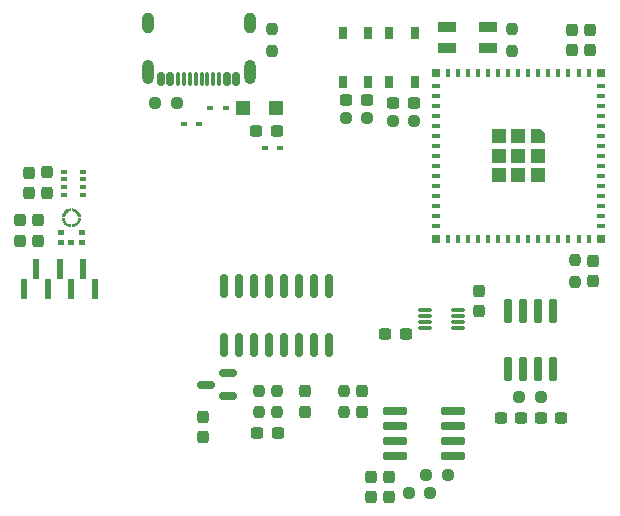
<source format=gbr>
%TF.GenerationSoftware,KiCad,Pcbnew,8.0.5*%
%TF.CreationDate,2024-09-28T10:16:11+02:00*%
%TF.ProjectId,Slave,536c6176-652e-46b6-9963-61645f706362,rev?*%
%TF.SameCoordinates,Original*%
%TF.FileFunction,Paste,Top*%
%TF.FilePolarity,Positive*%
%FSLAX46Y46*%
G04 Gerber Fmt 4.6, Leading zero omitted, Abs format (unit mm)*
G04 Created by KiCad (PCBNEW 8.0.5) date 2024-09-28 10:16:11*
%MOMM*%
%LPD*%
G01*
G04 APERTURE LIST*
G04 Aperture macros list*
%AMRoundRect*
0 Rectangle with rounded corners*
0 $1 Rounding radius*
0 $2 $3 $4 $5 $6 $7 $8 $9 X,Y pos of 4 corners*
0 Add a 4 corners polygon primitive as box body*
4,1,4,$2,$3,$4,$5,$6,$7,$8,$9,$2,$3,0*
0 Add four circle primitives for the rounded corners*
1,1,$1+$1,$2,$3*
1,1,$1+$1,$4,$5*
1,1,$1+$1,$6,$7*
1,1,$1+$1,$8,$9*
0 Add four rect primitives between the rounded corners*
20,1,$1+$1,$2,$3,$4,$5,0*
20,1,$1+$1,$4,$5,$6,$7,0*
20,1,$1+$1,$6,$7,$8,$9,0*
20,1,$1+$1,$8,$9,$2,$3,0*%
%AMOutline5P*
0 Free polygon, 5 corners , with rotation*
0 The origin of the aperture is its center*
0 number of corners: always 5*
0 $1 to $10 corner X, Y*
0 $11 Rotation angle, in degrees counterclockwise*
0 create outline with 5 corners*
4,1,5,$1,$2,$3,$4,$5,$6,$7,$8,$9,$10,$1,$2,$11*%
%AMOutline6P*
0 Free polygon, 6 corners , with rotation*
0 The origin of the aperture is its center*
0 number of corners: always 6*
0 $1 to $12 corner X, Y*
0 $13 Rotation angle, in degrees counterclockwise*
0 create outline with 6 corners*
4,1,6,$1,$2,$3,$4,$5,$6,$7,$8,$9,$10,$11,$12,$1,$2,$13*%
%AMOutline7P*
0 Free polygon, 7 corners , with rotation*
0 The origin of the aperture is its center*
0 number of corners: always 7*
0 $1 to $14 corner X, Y*
0 $15 Rotation angle, in degrees counterclockwise*
0 create outline with 7 corners*
4,1,7,$1,$2,$3,$4,$5,$6,$7,$8,$9,$10,$11,$12,$13,$14,$1,$2,$15*%
%AMOutline8P*
0 Free polygon, 8 corners , with rotation*
0 The origin of the aperture is its center*
0 number of corners: always 8*
0 $1 to $16 corner X, Y*
0 $17 Rotation angle, in degrees counterclockwise*
0 create outline with 8 corners*
4,1,8,$1,$2,$3,$4,$5,$6,$7,$8,$9,$10,$11,$12,$13,$14,$15,$16,$1,$2,$17*%
G04 Aperture macros list end*
%ADD10C,0.000000*%
%ADD11RoundRect,0.237500X-0.300000X-0.237500X0.300000X-0.237500X0.300000X0.237500X-0.300000X0.237500X0*%
%ADD12RoundRect,0.237500X-0.237500X0.300000X-0.237500X-0.300000X0.237500X-0.300000X0.237500X0.300000X0*%
%ADD13RoundRect,0.237500X0.300000X0.237500X-0.300000X0.237500X-0.300000X-0.237500X0.300000X-0.237500X0*%
%ADD14RoundRect,0.237500X0.237500X-0.250000X0.237500X0.250000X-0.237500X0.250000X-0.237500X-0.250000X0*%
%ADD15RoundRect,0.150000X0.150000X0.425000X-0.150000X0.425000X-0.150000X-0.425000X0.150000X-0.425000X0*%
%ADD16RoundRect,0.075000X0.075000X0.500000X-0.075000X0.500000X-0.075000X-0.500000X0.075000X-0.500000X0*%
%ADD17O,1.000000X2.100000*%
%ADD18O,1.000000X1.800000*%
%ADD19RoundRect,0.150000X0.587500X0.150000X-0.587500X0.150000X-0.587500X-0.150000X0.587500X-0.150000X0*%
%ADD20RoundRect,0.033750X0.526250X0.101250X-0.526250X0.101250X-0.526250X-0.101250X0.526250X-0.101250X0*%
%ADD21RoundRect,0.237500X0.250000X0.237500X-0.250000X0.237500X-0.250000X-0.237500X0.250000X-0.237500X0*%
%ADD22RoundRect,0.237500X-0.250000X-0.237500X0.250000X-0.237500X0.250000X0.237500X-0.250000X0.237500X0*%
%ADD23R,0.500000X0.350000*%
%ADD24R,0.600000X1.750000*%
%ADD25RoundRect,0.075000X0.910000X0.225000X-0.910000X0.225000X-0.910000X-0.225000X0.910000X-0.225000X0*%
%ADD26R,0.650000X1.050000*%
%ADD27RoundRect,0.150000X0.150000X-0.850000X0.150000X0.850000X-0.150000X0.850000X-0.150000X-0.850000X0*%
%ADD28R,0.400000X0.800000*%
%ADD29R,0.800000X0.400000*%
%ADD30Outline5P,-0.600000X0.204000X-0.204000X0.600000X0.600000X0.600000X0.600000X-0.600000X-0.600000X-0.600000X270.000000*%
%ADD31R,1.200000X1.200000*%
%ADD32R,0.800000X0.800000*%
%ADD33RoundRect,0.075000X-0.225000X0.910000X-0.225000X-0.910000X0.225000X-0.910000X0.225000X0.910000X0*%
%ADD34RoundRect,0.237500X0.237500X-0.300000X0.237500X0.300000X-0.237500X0.300000X-0.237500X-0.300000X0*%
%ADD35R,0.480000X0.400000*%
%ADD36R,1.600000X0.850000*%
G04 APERTURE END LIST*
%TO.C,MK1*%
G36*
X26282000Y-58725000D02*
G01*
X26782000Y-58725000D01*
X26782000Y-58303000D01*
X26282000Y-58303000D01*
X26282000Y-58725000D01*
G37*
G36*
X26782000Y-57903000D02*
G01*
X26282000Y-57903000D01*
X26282000Y-57481000D01*
X26782000Y-57481000D01*
X26782000Y-57903000D01*
G37*
G36*
X27682000Y-58725000D02*
G01*
X27182000Y-58725000D01*
X27182000Y-58303000D01*
X27682000Y-58303000D01*
X27682000Y-58725000D01*
G37*
G36*
X28082000Y-57903000D02*
G01*
X28582000Y-57903000D01*
X28582000Y-57481000D01*
X28082000Y-57481000D01*
X28082000Y-57903000D01*
G37*
G36*
X28582000Y-58725000D02*
G01*
X28082000Y-58725000D01*
X28082000Y-58303000D01*
X28582000Y-58303000D01*
X28582000Y-58725000D01*
G37*
D10*
G36*
X27382000Y-55879700D02*
G01*
X27272200Y-55900700D01*
X27168800Y-55942900D01*
X27075700Y-56004700D01*
X26996700Y-56083700D01*
X26934900Y-56176800D01*
X26892700Y-56280200D01*
X26871700Y-56390000D01*
X26621000Y-56390000D01*
X26648600Y-56224500D01*
X26709500Y-56068300D01*
X26801200Y-55927800D01*
X26919800Y-55809200D01*
X27060300Y-55717500D01*
X27216500Y-55656600D01*
X27382000Y-55629000D01*
X27382000Y-55879700D01*
G37*
G36*
X26892700Y-56599800D02*
G01*
X26934900Y-56703200D01*
X26996700Y-56796300D01*
X27075700Y-56875300D01*
X27168800Y-56937100D01*
X27272200Y-56979300D01*
X27382000Y-57000300D01*
X27382000Y-57251000D01*
X27216500Y-57223400D01*
X27060300Y-57162500D01*
X26919800Y-57070800D01*
X26801200Y-56952200D01*
X26709500Y-56811700D01*
X26648600Y-56655500D01*
X26621000Y-56490000D01*
X26871700Y-56490000D01*
X26892700Y-56599800D01*
G37*
G36*
X27647500Y-55656600D02*
G01*
X27803700Y-55717500D01*
X27944200Y-55809200D01*
X28062800Y-55927800D01*
X28154500Y-56068300D01*
X28215400Y-56224500D01*
X28243000Y-56390000D01*
X27992300Y-56390000D01*
X27971300Y-56280200D01*
X27929100Y-56176800D01*
X27867300Y-56083700D01*
X27788300Y-56004700D01*
X27695200Y-55942900D01*
X27591800Y-55900700D01*
X27482000Y-55879700D01*
X27482000Y-55629000D01*
X27647500Y-55656600D01*
G37*
G36*
X28215400Y-56655500D02*
G01*
X28154500Y-56811700D01*
X28062800Y-56952200D01*
X27944200Y-57070800D01*
X27803700Y-57162500D01*
X27647500Y-57223400D01*
X27482000Y-57251000D01*
X27482000Y-57000300D01*
X27591800Y-56979300D01*
X27695200Y-56937100D01*
X27788300Y-56875300D01*
X27867300Y-56796300D01*
X27929100Y-56703200D01*
X27971300Y-56599800D01*
X27992300Y-56490000D01*
X28243000Y-56490000D01*
X28215400Y-56655500D01*
G37*
%TD*%
D11*
%TO.C,C17*%
X67163500Y-73365500D03*
X68888500Y-73365500D03*
%TD*%
D12*
%TO.C,C1*%
X61976000Y-62637500D03*
X61976000Y-64362500D03*
%TD*%
%TO.C,C15*%
X52070000Y-71135000D03*
X52070000Y-72860000D03*
%TD*%
D13*
%TO.C,C3*%
X56412500Y-46736000D03*
X54687500Y-46736000D03*
%TD*%
D12*
%TO.C,C19*%
X52762000Y-78385500D03*
X52762000Y-80110500D03*
%TD*%
D14*
%TO.C,R6*%
X44390000Y-42312500D03*
X44390000Y-40487500D03*
%TD*%
D12*
%TO.C,C6*%
X23114000Y-56649600D03*
X23114000Y-58374600D03*
%TD*%
D15*
%TO.C,J1*%
X41402000Y-44704000D03*
X40602000Y-44704000D03*
D16*
X39452000Y-44704000D03*
X38452000Y-44704000D03*
X37952000Y-44704000D03*
X36952000Y-44704000D03*
D15*
X35802000Y-44704000D03*
X35002000Y-44704000D03*
X35002000Y-44704000D03*
X35802000Y-44704000D03*
D16*
X36452000Y-44704000D03*
X37452000Y-44704000D03*
X38952000Y-44704000D03*
X39952000Y-44704000D03*
D15*
X40602000Y-44704000D03*
X41402000Y-44704000D03*
D17*
X42522000Y-44129000D03*
D18*
X42522000Y-39949000D03*
D17*
X33882000Y-44129000D03*
D18*
X33882000Y-39949000D03*
%TD*%
D11*
%TO.C,C4*%
X50699500Y-46482000D03*
X52424500Y-46482000D03*
%TD*%
D12*
%TO.C,C8*%
X23838000Y-52645500D03*
X23838000Y-54370500D03*
%TD*%
D19*
%TO.C,Q2*%
X40662500Y-71512000D03*
X40662500Y-69612000D03*
X38787500Y-70562000D03*
%TD*%
D20*
%TO.C,U2*%
X60206000Y-65774000D03*
X60206000Y-65274000D03*
X60206000Y-64774000D03*
X60206000Y-64274000D03*
X57396000Y-64274000D03*
X57396000Y-64774000D03*
X57396000Y-65274000D03*
X57396000Y-65774000D03*
%TD*%
D21*
%TO.C,R12*%
X67160500Y-71587500D03*
X65335500Y-71587500D03*
%TD*%
D12*
%TO.C,C18*%
X54356000Y-78385500D03*
X54356000Y-80110500D03*
%TD*%
D22*
%TO.C,R17*%
X55983500Y-79756000D03*
X57808500Y-79756000D03*
%TD*%
D23*
%TO.C,U3*%
X28448000Y-52548000D03*
X28448000Y-53198000D03*
X28448000Y-53848000D03*
X28448000Y-54498000D03*
X26848000Y-54498000D03*
X26848000Y-53848000D03*
X26848000Y-53198000D03*
X26848000Y-52548000D03*
%TD*%
D24*
%TO.C,J5*%
X23432000Y-62484000D03*
X24432000Y-60734000D03*
X25432000Y-62484000D03*
X26432000Y-60734000D03*
X27432000Y-62484000D03*
X28432000Y-60734000D03*
X29432000Y-62484000D03*
%TD*%
D13*
%TO.C,C16*%
X65522500Y-73400000D03*
X63797500Y-73400000D03*
%TD*%
D25*
%TO.C,U4*%
X59765000Y-76635000D03*
X59765000Y-75365000D03*
X59765000Y-74095000D03*
X59765000Y-72825000D03*
X54825000Y-72825000D03*
X54825000Y-74095000D03*
X54825000Y-75365000D03*
X54825000Y-76635000D03*
%TD*%
D21*
%TO.C,R7*%
X36332500Y-46736000D03*
X34507500Y-46736000D03*
%TD*%
D26*
%TO.C,SW1*%
X54356000Y-44958000D03*
X54356000Y-40808000D03*
X56506000Y-44958000D03*
X56506000Y-40808000D03*
%TD*%
D27*
%TO.C,U5*%
X40360000Y-67220000D03*
X41630000Y-67220000D03*
X42900000Y-67220000D03*
X44170000Y-67220000D03*
X45440000Y-67220000D03*
X46710000Y-67220000D03*
X47980000Y-67220000D03*
X49250000Y-67220000D03*
X49250000Y-62220000D03*
X47980000Y-62220000D03*
X46710000Y-62220000D03*
X45440000Y-62220000D03*
X44170000Y-62220000D03*
X42900000Y-62220000D03*
X41630000Y-62220000D03*
X40360000Y-62220000D03*
%TD*%
D28*
%TO.C,U1*%
X71218000Y-44196000D03*
X70368000Y-44196000D03*
X69518000Y-44196000D03*
X68668000Y-44196000D03*
X67818000Y-44196000D03*
X66968000Y-44196000D03*
X66118000Y-44196000D03*
X65268000Y-44196000D03*
X64418000Y-44196000D03*
X63568000Y-44196000D03*
X62718000Y-44196000D03*
X61868000Y-44196000D03*
X61018000Y-44196000D03*
X60168000Y-44196000D03*
X59318000Y-44196000D03*
D29*
X58268000Y-45246000D03*
X58268000Y-46096000D03*
X58268000Y-46946000D03*
X58268000Y-47796000D03*
X58268000Y-48646000D03*
X58268000Y-49496000D03*
X58268000Y-50346000D03*
X58268000Y-51196000D03*
X58268000Y-52046000D03*
X58268000Y-52896000D03*
X58268000Y-53746000D03*
X58268000Y-54596000D03*
X58268000Y-55446000D03*
X58268000Y-56296000D03*
X58268000Y-57146000D03*
D28*
X59318000Y-58196000D03*
X60168000Y-58196000D03*
X61018000Y-58196000D03*
X61868000Y-58196000D03*
X62718000Y-58196000D03*
X63568000Y-58196000D03*
X64418000Y-58196000D03*
X65268000Y-58196000D03*
X66118000Y-58196000D03*
X66968000Y-58196000D03*
X67818000Y-58196000D03*
X68668000Y-58196000D03*
X69518000Y-58196000D03*
X70368000Y-58196000D03*
X71218000Y-58196000D03*
D29*
X72268000Y-57146000D03*
X72268000Y-56296000D03*
X72268000Y-55446000D03*
X72268000Y-54596000D03*
X72268000Y-53746000D03*
X72268000Y-52896000D03*
X72268000Y-52046000D03*
X72268000Y-51196000D03*
X72268000Y-50346000D03*
X72268000Y-49496000D03*
X72268000Y-48646000D03*
X72268000Y-47796000D03*
X72268000Y-46946000D03*
X72268000Y-46096000D03*
X72268000Y-45246000D03*
D30*
X66918000Y-49546000D03*
D31*
X65268000Y-49546000D03*
X63618000Y-49546000D03*
X66918000Y-51196000D03*
X65268000Y-51196000D03*
X63618000Y-51196000D03*
X66918000Y-52846000D03*
X65268000Y-52846000D03*
X63618000Y-52846000D03*
D32*
X72268000Y-44196000D03*
X58268000Y-44196000D03*
X58268000Y-58196000D03*
X72268000Y-58196000D03*
%TD*%
D12*
%TO.C,C14*%
X47244000Y-71127500D03*
X47244000Y-72852500D03*
%TD*%
D13*
%TO.C,C2*%
X44822500Y-49060000D03*
X43097500Y-49060000D03*
%TD*%
D14*
%TO.C,R11*%
X70104000Y-61872500D03*
X70104000Y-60047500D03*
%TD*%
%TO.C,R8*%
X64770000Y-42314500D03*
X64770000Y-40489500D03*
%TD*%
D11*
%TO.C,C13*%
X43180500Y-74626000D03*
X44905500Y-74626000D03*
%TD*%
D33*
%TO.C,U6*%
X68199000Y-64332000D03*
X66929000Y-64332000D03*
X65659000Y-64332000D03*
X64389000Y-64332000D03*
X64389000Y-69272000D03*
X65659000Y-69272000D03*
X66929000Y-69272000D03*
X68199000Y-69272000D03*
%TD*%
D31*
%TO.C,D2*%
X44770000Y-47130000D03*
X41970000Y-47130000D03*
%TD*%
D34*
%TO.C,C9*%
X71374000Y-42264500D03*
X71374000Y-40539500D03*
%TD*%
D35*
%TO.C,D3*%
X40497500Y-47120000D03*
X39177500Y-47120000D03*
%TD*%
D14*
%TO.C,R15*%
X50502000Y-72910000D03*
X50502000Y-71085000D03*
%TD*%
%TO.C,R13*%
X43281000Y-72895000D03*
X43281000Y-71070000D03*
%TD*%
D12*
%TO.C,C5*%
X24638000Y-56649600D03*
X24638000Y-58374600D03*
%TD*%
D13*
%TO.C,C20*%
X55726500Y-66294000D03*
X54001500Y-66294000D03*
%TD*%
D22*
%TO.C,R9*%
X54637500Y-48260000D03*
X56462500Y-48260000D03*
%TD*%
D14*
%TO.C,R14*%
X44805000Y-72895000D03*
X44805000Y-71070000D03*
%TD*%
D12*
%TO.C,C11*%
X38582000Y-73295500D03*
X38582000Y-75020500D03*
%TD*%
D26*
%TO.C,SW2*%
X52578000Y-40808000D03*
X52578000Y-44958000D03*
X50428000Y-40808000D03*
X50428000Y-44958000D03*
%TD*%
D36*
%TO.C,D5*%
X59210000Y-40273000D03*
X59210000Y-42023000D03*
X62710000Y-42023000D03*
X62710000Y-40273000D03*
%TD*%
D12*
%TO.C,C7*%
X25400000Y-52604500D03*
X25400000Y-54329500D03*
%TD*%
D35*
%TO.C,D4*%
X43800000Y-50530000D03*
X45120000Y-50530000D03*
%TD*%
D21*
%TO.C,R16*%
X59290000Y-78232000D03*
X57465000Y-78232000D03*
%TD*%
D34*
%TO.C,C10*%
X69850000Y-42264500D03*
X69850000Y-40539500D03*
%TD*%
D21*
%TO.C,R10*%
X52474500Y-48006000D03*
X50649500Y-48006000D03*
%TD*%
D12*
%TO.C,C12*%
X71628000Y-60097500D03*
X71628000Y-61822500D03*
%TD*%
D35*
%TO.C,D1*%
X36940000Y-48514000D03*
X38260000Y-48514000D03*
%TD*%
M02*

</source>
